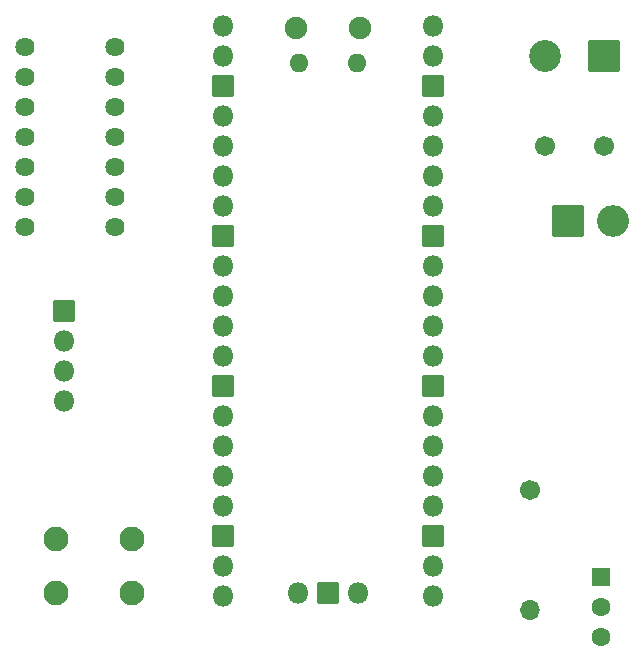
<source format=gbs>
G04 #@! TF.GenerationSoftware,KiCad,Pcbnew,(6.0.6)*
G04 #@! TF.CreationDate,2022-11-09T14:25:11-05:00*
G04 #@! TF.ProjectId,pov_display,706f765f-6469-4737-906c-61792e6b6963,v01*
G04 #@! TF.SameCoordinates,Original*
G04 #@! TF.FileFunction,Soldermask,Bot*
G04 #@! TF.FilePolarity,Negative*
%FSLAX46Y46*%
G04 Gerber Fmt 4.6, Leading zero omitted, Abs format (unit mm)*
G04 Created by KiCad (PCBNEW (6.0.6)) date 2022-11-09 14:25:11*
%MOMM*%
%LPD*%
G01*
G04 APERTURE LIST*
G04 Aperture macros list*
%AMRoundRect*
0 Rectangle with rounded corners*
0 $1 Rounding radius*
0 $2 $3 $4 $5 $6 $7 $8 $9 X,Y pos of 4 corners*
0 Add a 4 corners polygon primitive as box body*
4,1,4,$2,$3,$4,$5,$6,$7,$8,$9,$2,$3,0*
0 Add four circle primitives for the rounded corners*
1,1,$1+$1,$2,$3*
1,1,$1+$1,$4,$5*
1,1,$1+$1,$6,$7*
1,1,$1+$1,$8,$9*
0 Add four rect primitives between the rounded corners*
20,1,$1+$1,$2,$3,$4,$5,0*
20,1,$1+$1,$4,$5,$6,$7,0*
20,1,$1+$1,$6,$7,$8,$9,0*
20,1,$1+$1,$8,$9,$2,$3,0*%
G04 Aperture macros list end*
%ADD10C,1.701600*%
%ADD11O,1.701600X1.701600*%
%ADD12C,1.625600*%
%ADD13RoundRect,0.050800X1.300000X1.300000X-1.300000X1.300000X-1.300000X-1.300000X1.300000X-1.300000X0*%
%ADD14C,2.701600*%
%ADD15RoundRect,0.050800X-0.750000X0.750000X-0.750000X-0.750000X0.750000X-0.750000X0.750000X0.750000X0*%
%ADD16C,1.601600*%
%ADD17O,1.601600X1.601600*%
%ADD18O,1.901600X1.901600*%
%ADD19O,1.801600X1.801600*%
%ADD20RoundRect,0.050800X-0.850000X-0.850000X0.850000X-0.850000X0.850000X0.850000X-0.850000X0.850000X0*%
%ADD21RoundRect,0.050800X-1.300000X-1.300000X1.300000X-1.300000X1.300000X1.300000X-1.300000X1.300000X0*%
%ADD22O,2.701600X2.701600*%
%ADD23C,2.101600*%
G04 APERTURE END LIST*
D10*
X103231500Y-150514500D03*
D11*
X103231500Y-160674500D03*
D12*
X68072000Y-128270000D03*
X68072000Y-125730000D03*
X68072000Y-123190000D03*
X68072000Y-120650000D03*
X68072000Y-118110000D03*
X68072000Y-115570000D03*
X68072000Y-113030000D03*
X60452000Y-113030000D03*
X60452000Y-115570000D03*
X60452000Y-118110000D03*
X60452000Y-120650000D03*
X60452000Y-123190000D03*
X60452000Y-125730000D03*
X60452000Y-128270000D03*
D10*
X109474000Y-121412000D03*
X104474000Y-121412000D03*
D13*
X109474000Y-113792000D03*
D14*
X104474000Y-113792000D03*
D15*
X109221500Y-157880500D03*
D16*
X109221500Y-160420500D03*
X109221500Y-162960500D03*
D17*
X88531000Y-114412000D03*
D18*
X83381000Y-111382000D03*
X88831000Y-111382000D03*
D17*
X83681000Y-114412000D03*
D19*
X77216000Y-111252000D03*
X77216000Y-113792000D03*
D20*
X77216000Y-116332000D03*
D19*
X77216000Y-118872000D03*
X77216000Y-121412000D03*
X77216000Y-123952000D03*
X77216000Y-126492000D03*
D20*
X77216000Y-129032000D03*
D19*
X77216000Y-131572000D03*
X77216000Y-134112000D03*
X77216000Y-136652000D03*
X77216000Y-139192000D03*
D20*
X77216000Y-141732000D03*
D19*
X77216000Y-144272000D03*
X77216000Y-146812000D03*
X77216000Y-149352000D03*
X77216000Y-151892000D03*
D20*
X77216000Y-154432000D03*
D19*
X77216000Y-156972000D03*
X77216000Y-159512000D03*
X94996000Y-159512000D03*
X94996000Y-156972000D03*
D20*
X94996000Y-154432000D03*
D19*
X94996000Y-151892000D03*
X94996000Y-149352000D03*
X94996000Y-146812000D03*
X94996000Y-144272000D03*
D20*
X94996000Y-141732000D03*
D19*
X94996000Y-139192000D03*
X94996000Y-136652000D03*
X94996000Y-134112000D03*
X94996000Y-131572000D03*
D20*
X94996000Y-129032000D03*
D19*
X94996000Y-126492000D03*
X94996000Y-123952000D03*
X94996000Y-121412000D03*
X94996000Y-118872000D03*
D20*
X94996000Y-116332000D03*
D19*
X94996000Y-113792000D03*
X94996000Y-111252000D03*
X83566000Y-159282000D03*
D20*
X86106000Y-159282000D03*
D19*
X88646000Y-159282000D03*
D20*
X63754000Y-135392000D03*
D19*
X63754000Y-137932000D03*
X63754000Y-140472000D03*
X63754000Y-143012000D03*
D21*
X106426000Y-127762000D03*
D22*
X110236000Y-127762000D03*
D23*
X69544000Y-154722000D03*
X63044000Y-154722000D03*
X69544000Y-159222000D03*
X63044000Y-159222000D03*
M02*

</source>
